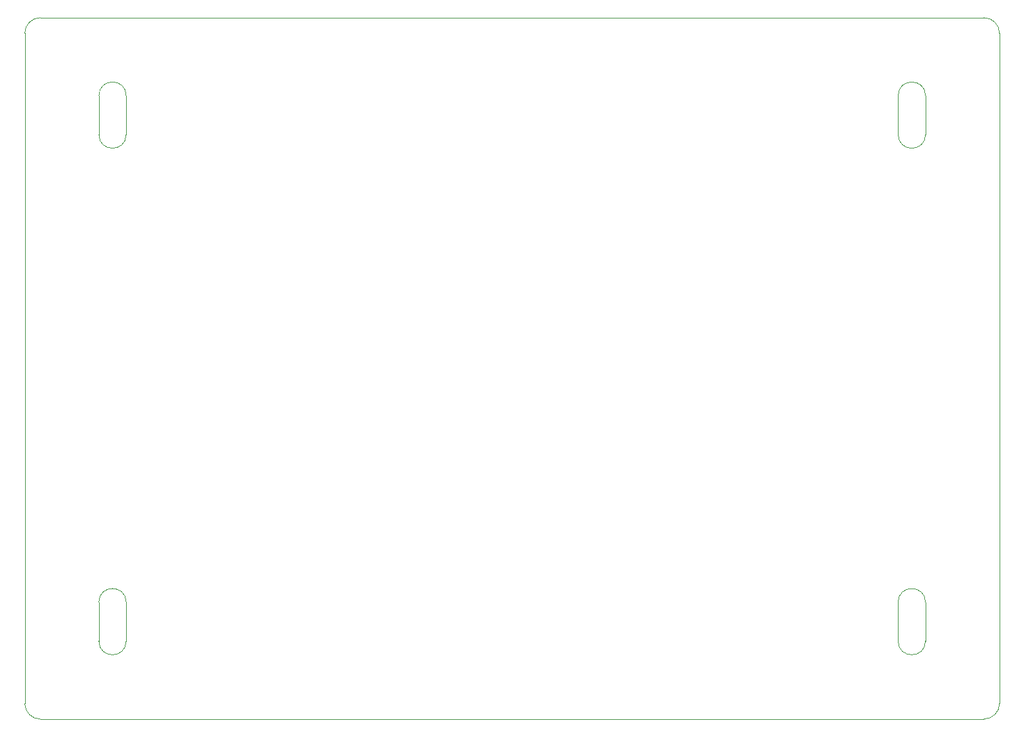
<source format=gm1>
G04 #@! TF.GenerationSoftware,KiCad,Pcbnew,7.0.7*
G04 #@! TF.CreationDate,2024-06-17T16:02:08-04:00*
G04 #@! TF.ProjectId,HVHF_IIB,48564846-5f49-4494-922e-6b696361645f,rev?*
G04 #@! TF.SameCoordinates,Original*
G04 #@! TF.FileFunction,Profile,NP*
%FSLAX46Y46*%
G04 Gerber Fmt 4.6, Leading zero omitted, Abs format (unit mm)*
G04 Created by KiCad (PCBNEW 7.0.7) date 2024-06-17 16:02:08*
%MOMM*%
%LPD*%
G01*
G04 APERTURE LIST*
G04 #@! TA.AperFunction,Profile*
%ADD10C,0.100000*%
G04 #@! TD*
G04 APERTURE END LIST*
D10*
X87500000Y-143000000D02*
X87500000Y-57000000D01*
X89500000Y-55000000D02*
X210500000Y-55000000D01*
X89500000Y-145000000D02*
X210500000Y-145000000D01*
X97000000Y-67500000D02*
X97000000Y-65000000D01*
X97000000Y-70000000D02*
X97000000Y-67500000D01*
X97000000Y-132500000D02*
X97000000Y-130000000D01*
X97000000Y-135000000D02*
X97000000Y-132500000D01*
X100500000Y-67500000D02*
X100500000Y-65000000D01*
X100500000Y-70000000D02*
X100500000Y-67500000D01*
X100500000Y-132500000D02*
X100500000Y-130000000D01*
X100500000Y-135000000D02*
X100500000Y-132500000D01*
X199500000Y-67500000D02*
X199500000Y-65000000D01*
X199500000Y-70000000D02*
X199500000Y-67500000D01*
X199500000Y-132500000D02*
X199500000Y-130000000D01*
X199500000Y-135000000D02*
X199500000Y-132500000D01*
X203000000Y-67500000D02*
X203000000Y-65000000D01*
X203000000Y-70000000D02*
X203000000Y-67500000D01*
X203000000Y-132500000D02*
X203000000Y-130000000D01*
X203000000Y-135000000D02*
X203000000Y-132500000D01*
X212500000Y-143000000D02*
X212500000Y-57000000D01*
X89500000Y-55000000D02*
G75*
G03*
X87500000Y-57000000I-1J-1999999D01*
G01*
X87500000Y-143000000D02*
G75*
G03*
X89500000Y-145000000I1999999J-1D01*
G01*
X100500000Y-65000000D02*
G75*
G03*
X97000000Y-65000000I-1750000J0D01*
G01*
X100500000Y-130000000D02*
G75*
G03*
X97000000Y-130000000I-1750000J0D01*
G01*
X97000000Y-70000000D02*
G75*
G03*
X100500000Y-70000000I1750000J0D01*
G01*
X97000000Y-135000000D02*
G75*
G03*
X100500000Y-135000000I1750000J0D01*
G01*
X203000000Y-65000000D02*
G75*
G03*
X199500000Y-65000000I-1750000J0D01*
G01*
X203000000Y-130000000D02*
G75*
G03*
X199500000Y-130000000I-1750000J0D01*
G01*
X199500000Y-70000000D02*
G75*
G03*
X203000000Y-70000000I1750000J0D01*
G01*
X199500000Y-135000000D02*
G75*
G03*
X203000000Y-135000000I1750000J0D01*
G01*
X212500000Y-57000000D02*
G75*
G03*
X210500000Y-55000000I-2000000J0D01*
G01*
X210500000Y-145000000D02*
G75*
G03*
X212500000Y-143000000I0J2000000D01*
G01*
M02*

</source>
